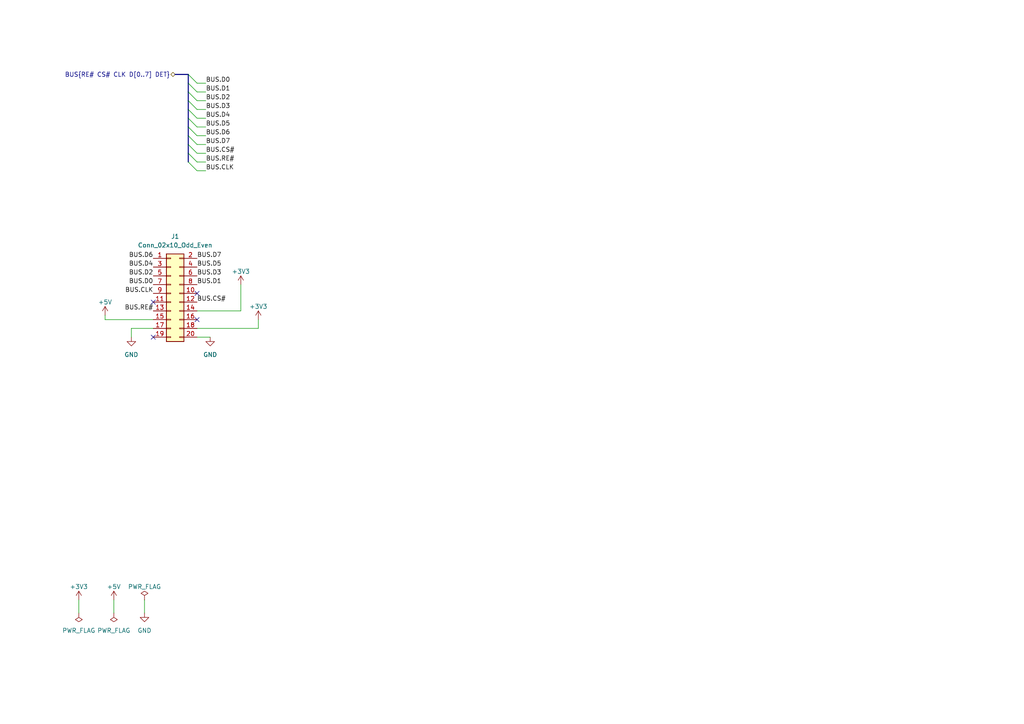
<source format=kicad_sch>
(kicad_sch (version 20221206) (generator eeschema)
  (paper "A4")
  (lib_symbols
    (symbol "+3V3_1" (power) (pin_names (offset 0))
      (property "Value" "+3V3_1" (at 0 3.556 0))
      (symbol "+3V3_1_0_1"
        (polyline (pts (xy -0.762 1.27) (xy 0 2.54)))
        (polyline (pts (xy 0 0) (xy 0 2.54)))
        (polyline (pts (xy 0 2.54) (xy 0.762 1.27)))
      )
      (symbol "+3V3_1_1_1"
        (pin power_in line (at 0 0 90) (length 0) hide (name "+3V3") (number "1"))
      )
    )
    (symbol "Connector_Generic:Conn_02x10_Odd_Even" (pin_names (offset 1.016) hide)
      (property "Reference" "J" (at 1.27 12.7 0))
      (property "Value" "Conn_02x10_Odd_Even" (at 1.27 -15.24 0))
      (symbol "Conn_02x10_Odd_Even_1_1"
        (rectangle (start -1.27 -12.573) (end 0 -12.827) (stroke (width 0.1524)))
        (rectangle (start -1.27 -10.033) (end 0 -10.287) (stroke (width 0.1524)))
        (rectangle (start -1.27 -7.493) (end 0 -7.747) (stroke (width 0.1524)))
        (rectangle (start -1.27 -4.953) (end 0 -5.207) (stroke (width 0.1524)))
        (rectangle (start -1.27 -2.413) (end 0 -2.667) (stroke (width 0.1524)))
        (rectangle (start -1.27 0.127) (end 0 -0.127) (stroke (width 0.1524)))
        (rectangle (start -1.27 2.667) (end 0 2.413) (stroke (width 0.1524)))
        (rectangle (start -1.27 5.207) (end 0 4.953) (stroke (width 0.1524)))
        (rectangle (start -1.27 7.747) (end 0 7.493) (stroke (width 0.1524)))
        (rectangle (start -1.27 10.287) (end 0 10.033) (stroke (width 0.1524)))
        (rectangle (start -1.27 11.43) (end 3.81 -13.97) (stroke (width 0.254)) (fill (type background)))
        (rectangle (start 3.81 -12.573) (end 2.54 -12.827) (stroke (width 0.1524)))
        (rectangle (start 3.81 -10.033) (end 2.54 -10.287) (stroke (width 0.1524)))
        (rectangle (start 3.81 -7.493) (end 2.54 -7.747) (stroke (width 0.1524)))
        (rectangle (start 3.81 -4.953) (end 2.54 -5.207) (stroke (width 0.1524)))
        (rectangle (start 3.81 -2.413) (end 2.54 -2.667) (stroke (width 0.1524)))
        (rectangle (start 3.81 0.127) (end 2.54 -0.127) (stroke (width 0.1524)))
        (rectangle (start 3.81 2.667) (end 2.54 2.413) (stroke (width 0.1524)))
        (rectangle (start 3.81 5.207) (end 2.54 4.953) (stroke (width 0.1524)))
        (rectangle (start 3.81 7.747) (end 2.54 7.493) (stroke (width 0.1524)))
        (rectangle (start 3.81 10.287) (end 2.54 10.033) (stroke (width 0.1524)))
        (pin passive line (at -5.08 10.16 0) (length 3.81) (name "Pin_1") (number "1"))
        (pin passive line (at 7.62 0 180) (length 3.81) (name "Pin_10") (number "10"))
        (pin passive line (at -5.08 -2.54 0) (length 3.81) (name "Pin_11") (number "11"))
        (pin passive line (at 7.62 -2.54 180) (length 3.81) (name "Pin_12") (number "12"))
        (pin passive line (at -5.08 -5.08 0) (length 3.81) (name "Pin_13") (number "13"))
        (pin passive line (at 7.62 -5.08 180) (length 3.81) (name "Pin_14") (number "14"))
        (pin passive line (at -5.08 -7.62 0) (length 3.81) (name "Pin_15") (number "15"))
        (pin passive line (at 7.62 -7.62 180) (length 3.81) (name "Pin_16") (number "16"))
        (pin passive line (at -5.08 -10.16 0) (length 3.81) (name "Pin_17") (number "17"))
        (pin passive line (at 7.62 -10.16 180) (length 3.81) (name "Pin_18") (number "18"))
        (pin passive line (at -5.08 -12.7 0) (length 3.81) (name "Pin_19") (number "19"))
        (pin passive line (at 7.62 10.16 180) (length 3.81) (name "Pin_2") (number "2"))
        (pin passive line (at 7.62 -12.7 180) (length 3.81) (name "Pin_20") (number "20"))
        (pin passive line (at -5.08 7.62 0) (length 3.81) (name "Pin_3") (number "3"))
        (pin passive line (at 7.62 7.62 180) (length 3.81) (name "Pin_4") (number "4"))
        (pin passive line (at -5.08 5.08 0) (length 3.81) (name "Pin_5") (number "5"))
        (pin passive line (at 7.62 5.08 180) (length 3.81) (name "Pin_6") (number "6"))
        (pin passive line (at -5.08 2.54 0) (length 3.81) (name "Pin_7") (number "7"))
        (pin passive line (at 7.62 2.54 180) (length 3.81) (name "Pin_8") (number "8"))
        (pin passive line (at -5.08 0 0) (length 3.81) (name "Pin_9") (number "9"))
      )
    )
    (symbol "GND_1" (power) (pin_names (offset 0))
      (property "Value" "GND_1" (at 0 -3.81 0))
      (symbol "GND_1_0_1"
        (polyline (pts (xy 0 0) (xy 0 -1.27) (xy 1.27 -1.27) (xy 0 -2.54) (xy -1.27 -1.27) (xy 0 -1.27)))
      )
      (symbol "GND_1_1_1"
        (pin power_in line (at 0 0 270) (length 0) hide (name "GND") (number "1"))
      )
    )
    (symbol "power:+5V" (power) (pin_names (offset 0))
      (property "Value" "+5V" (at 0 3.556 0))
      (symbol "+5V_0_1"
        (polyline (pts (xy -0.762 1.27) (xy 0 2.54)))
        (polyline (pts (xy 0 0) (xy 0 2.54)))
        (polyline (pts (xy 0 2.54) (xy 0.762 1.27)))
      )
      (symbol "+5V_1_1"
        (pin power_in line (at 0 0 90) (length 0) hide (name "+5V") (number "1"))
      )
    )
    (symbol "power:PWR_FLAG" (power) (pin_numbers hide) (pin_names (offset 0) hide)
      (property "Value" "PWR_FLAG" (at 0 3.81 0))
      (symbol "PWR_FLAG_0_0"
        (pin power_out line (at 0 0 90) (length 0) (name "pwr") (number "1"))
      )
      (symbol "PWR_FLAG_0_1"
        (polyline (pts (xy 0 0) (xy 0 1.27) (xy -1.016 1.905) (xy 0 2.54) (xy 1.016 1.905) (xy 0 1.27)))
      )
    )
  )
  (no_connect (at 44.45 97.79))
  (no_connect (at 57.15 85.09))
  (no_connect (at 57.15 92.71))
  (no_connect (at 44.45 87.63))
  (bus_entry (at 54.61 44.45) (size 2.54 2.54))
  (bus_entry (at 54.61 41.91) (size 2.54 2.54))
  (bus_entry (at 54.61 26.67) (size 2.54 2.54))
  (bus_entry (at 54.61 36.83) (size 2.54 2.54))
  (bus_entry (at 54.61 24.13) (size 2.54 2.54))
  (bus_entry (at 54.61 39.37) (size 2.54 2.54))
  (bus_entry (at 54.61 46.99) (size 2.54 2.54))
  (bus_entry (at 54.61 34.29) (size 2.54 2.54))
  (bus_entry (at 54.61 29.21) (size 2.54 2.54))
  (bus_entry (at 54.61 31.75) (size 2.54 2.54))
  (bus_entry (at 54.61 21.59) (size 2.54 2.54))
  (wire (pts (xy 57.15 41.91) (xy 59.69 41.91)))
  (wire (pts (xy 57.15 95.25) (xy 74.93 95.25)))
  (wire (pts (xy 74.93 95.25) (xy 74.93 92.71)))
  (bus (pts (xy 54.61 29.21) (xy 54.61 31.75)))
  (wire (pts (xy 57.15 34.29) (xy 59.69 34.29)))
  (bus (pts (xy 54.61 44.45) (xy 54.61 46.99)))
  (bus (pts (xy 54.61 34.29) (xy 54.61 36.83)))
  (wire (pts (xy 57.15 39.37) (xy 59.69 39.37)))
  (wire (pts (xy 57.15 44.45) (xy 59.69 44.45)))
  (bus (pts (xy 54.61 31.75) (xy 54.61 34.29)))
  (wire (pts (xy 57.15 26.67) (xy 59.69 26.67)))
  (wire (pts (xy 30.48 92.71) (xy 30.48 91.44)))
  (wire (pts (xy 57.15 31.75) (xy 59.69 31.75)))
  (bus (pts (xy 54.61 39.37) (xy 54.61 41.91)))
  (wire (pts (xy 22.86 173.99) (xy 22.86 177.8)))
  (bus (pts (xy 50.8 21.59) (xy 54.61 21.59)))
  (wire (pts (xy 38.1 95.25) (xy 44.45 95.25)))
  (wire (pts (xy 57.15 36.83) (xy 59.69 36.83)))
  (wire (pts (xy 69.85 82.55) (xy 69.85 90.17)))
  (bus (pts (xy 54.61 21.59) (xy 54.61 24.13)))
  (wire (pts (xy 41.91 173.99) (xy 41.91 177.8)))
  (wire (pts (xy 33.02 173.99) (xy 33.02 177.8)))
  (bus (pts (xy 54.61 26.67) (xy 54.61 29.21)))
  (wire (pts (xy 57.15 49.53) (xy 59.69 49.53)))
  (wire (pts (xy 57.15 97.79) (xy 60.96 97.79)))
  (bus (pts (xy 54.61 24.13) (xy 54.61 26.67)))
  (wire (pts (xy 38.1 97.79) (xy 38.1 95.25)))
  (wire (pts (xy 44.45 92.71) (xy 30.48 92.71)))
  (wire (pts (xy 69.85 90.17) (xy 57.15 90.17)))
  (bus (pts (xy 54.61 41.91) (xy 54.61 44.45)))
  (wire (pts (xy 57.15 46.99) (xy 59.69 46.99)))
  (wire (pts (xy 57.15 24.13) (xy 59.69 24.13)))
  (bus (pts (xy 54.61 36.83) (xy 54.61 39.37)))
  (wire (pts (xy 57.15 29.21) (xy 59.69 29.21)))
  (label "BUS.D6" (at 44.45 74.93 180))
  (label "BUS.D2" (at 44.45 80.01 180))
  (label "BUS.D7" (at 57.15 74.93 0))
  (label "BUS.D1" (at 59.69 26.67 0))
  (label "BUS.D2" (at 59.69 29.21 0))
  (label "BUS.D5" (at 57.15 77.47 0))
  (label "BUS.CS#" (at 59.69 44.45 0))
  (label "BUS.CLK" (at 59.69 49.53 0))
  (label "BUS.D0" (at 59.69 24.13 0))
  (label "BUS.CS#" (at 57.15 87.63 0))
  (label "BUS.D6" (at 59.69 39.37 0))
  (label "BUS.D0" (at 44.45 82.55 180))
  (label "BUS.D5" (at 59.69 36.83 0))
  (label "BUS.D4" (at 59.69 34.29 0))
  (label "BUS.D4" (at 44.45 77.47 180))
  (label "BUS.RE#" (at 44.45 90.17 180))
  (label "BUS.RE#" (at 59.69 46.99 0))
  (label "BUS.D3" (at 59.69 31.75 0))
  (label "BUS.CLK" (at 44.45 85.09 180))
  (label "BUS.D1" (at 57.15 82.55 0))
  (label "BUS.D7" (at 59.69 41.91 0))
  (label "BUS.D3" (at 57.15 80.01 0))
  (hierarchical_label "BUS{RE# CS# CLK D[0..7] DET}" (shape bidirectional) (at 50.8 21.59 180))
  (symbol (lib_name "+3V3_1") (lib_id "power:+3V3") (at 22.86 173.99 0) (unit 1)
    (property "Reference" "#PWR?" (effects hide))
    (property "Value" "+3V3" (at 22.86 170.18 0))
    (instances (project "gpu_extension" (path "" (reference "#PWR0127") (unit 1))))
  )
  (symbol (lib_id "power:PWR_FLAG") (at 22.86 177.8 180) (unit 1)
    (property "Reference" "#FLG0106" (effects hide))
    (property "Value" "PWR_FLAG" (at 22.86 182.88 0))
  )
  (symbol (lib_name "+3V3_1") (lib_id "power:+3V3") (at 74.93 92.71 0) (unit 1)
    (property "Reference" "#PWR?" (effects hide))
    (property "Value" "+3V3" (at 74.93 88.9 0))
    (instances (project "gpu_extension" (path "" (reference "#PWR0116") (unit 1))))
  )
  (symbol (lib_name "+3V3_1") (lib_id "power:+3V3") (at 69.85 82.55 0) (unit 1)
    (property "Reference" "#PWR?" (effects hide))
    (property "Value" "+3V3" (at 69.85 78.74 0))
    (instances (project "gpu_extension" (path "" (reference "#PWR01") (unit 1))))
  )
  (symbol (lib_name "GND_1") (lib_id "power:GND") (at 41.91 177.8 0) (unit 1)
    (property "Reference" "#PWR?" (effects hide))
    (property "Value" "GND" (at 41.91 182.88 0))
    (instances (project "gpu_extension" (path "" (reference "#PWR0125") (unit 1))))
  )
  (symbol (lib_name "GND_1") (lib_id "power:GND") (at 60.96 97.79 0) (unit 1)
    (property "Reference" "#PWR?" (effects hide))
    (property "Value" "GND" (at 60.96 102.87 0))
    (instances (project "gpu_extension" (path "" (reference "#PWR0117") (unit 1))))
  )
  (symbol (lib_id "power:PWR_FLAG") (at 33.02 177.8 180) (unit 1)
    (property "Reference" "#FLG0105" (effects hide))
    (property "Value" "PWR_FLAG" (at 33.02 182.88 0))
  )
  (symbol (lib_id "power:+5V") (at 33.02 173.99 0) (unit 1)
    (property "Reference" "#PWR?" (effects hide))
    (property "Value" "+5V" (at 33.02 170.18 0))
    (instances (project "gpu_extension" (path "" (reference "#PWR0126") (unit 1))))
  )
  (symbol (lib_name "GND_1") (lib_id "power:GND") (at 38.1 97.79 0) (unit 1)
    (property "Reference" "#PWR?" (effects hide))
    (property "Value" "GND" (at 38.1 102.87 0))
    (instances (project "gpu_extension" (path "" (reference "#PWR0113") (unit 1))))
  )
  (symbol (lib_id "power:+5V") (at 30.48 91.44 0) (unit 1)
    (property "Reference" "#PWR?" (effects hide))
    (property "Value" "+5V" (at 30.48 87.63 0))
    (instances (project "gpu_extension" (path "" (reference "#PWR0112") (unit 1))))
  )
  (symbol (lib_id "power:PWR_FLAG") (at 41.91 173.99 0) (unit 1)
    (property "Reference" "#FLG0101" (effects hide))
    (property "Value" "PWR_FLAG" (at 41.91 170.18 0))
  )
  (symbol (lib_id "Connector_Generic:Conn_02x10_Odd_Even") (at 49.53 85.09 0) (unit 1)
    (property "Reference" "J1" (at 50.8 68.58 0))
    (property "Value" "Conn_02x10_Odd_Even" (at 50.8 71.12 0))
    (property "Footprint" "Connector_PinHeader_1.27mm:PinHeader_2x10_P1.27mm_Vertical_SMD" (effects hide))
  )
)
</source>
